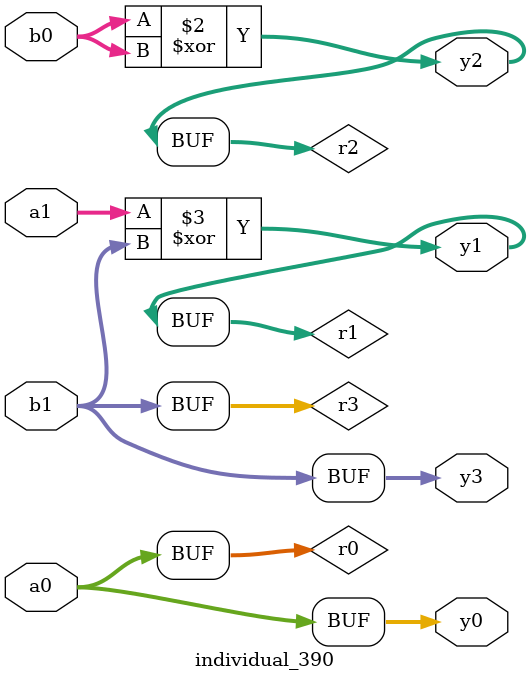
<source format=sv>
module individual_390(input logic [15:0] a1, input logic [15:0] a0, input logic [15:0] b1, input logic [15:0] b0, output logic [15:0] y3, output logic [15:0] y2, output logic [15:0] y1, output logic [15:0] y0);
logic [15:0] r0, r1, r2, r3; 
 always@(*) begin 
	 r0 = a0; r1 = a1; r2 = b0; r3 = b1; 
 	 r2  ^=  b0 ;
 	 r1  ^=  b1 ;
 	 y3 = r3; y2 = r2; y1 = r1; y0 = r0; 
end
endmodule
</source>
